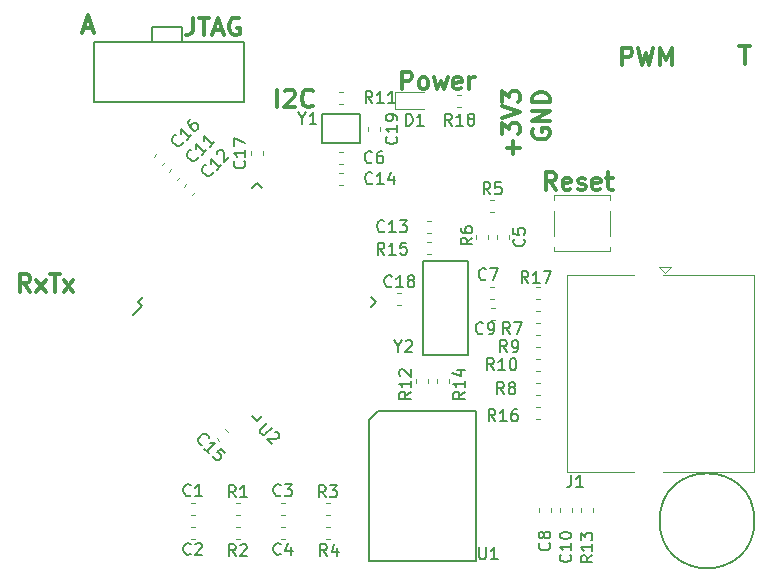
<source format=gbr>
G04 #@! TF.GenerationSoftware,KiCad,Pcbnew,(5.0.2)-1*
G04 #@! TF.CreationDate,2020-01-13T13:35:34-06:00*
G04 #@! TF.ProjectId,TM4C129-Breakout_Hardware,544d3443-3132-4392-9d42-7265616b6f75,rev?*
G04 #@! TF.SameCoordinates,Original*
G04 #@! TF.FileFunction,Legend,Top*
G04 #@! TF.FilePolarity,Positive*
%FSLAX46Y46*%
G04 Gerber Fmt 4.6, Leading zero omitted, Abs format (unit mm)*
G04 Created by KiCad (PCBNEW (5.0.2)-1) date 1/13/2020 1:35:34 PM*
%MOMM*%
%LPD*%
G01*
G04 APERTURE LIST*
%ADD10C,0.300000*%
%ADD11C,0.150000*%
%ADD12C,0.120000*%
G04 APERTURE END LIST*
D10*
X31325714Y-4107571D02*
X31325714Y-2607571D01*
X31897142Y-2607571D01*
X32040000Y-2679000D01*
X32111428Y-2750428D01*
X32182857Y-2893285D01*
X32182857Y-3107571D01*
X32111428Y-3250428D01*
X32040000Y-3321857D01*
X31897142Y-3393285D01*
X31325714Y-3393285D01*
X33040000Y-4107571D02*
X32897142Y-4036142D01*
X32825714Y-3964714D01*
X32754285Y-3821857D01*
X32754285Y-3393285D01*
X32825714Y-3250428D01*
X32897142Y-3179000D01*
X33040000Y-3107571D01*
X33254285Y-3107571D01*
X33397142Y-3179000D01*
X33468571Y-3250428D01*
X33540000Y-3393285D01*
X33540000Y-3821857D01*
X33468571Y-3964714D01*
X33397142Y-4036142D01*
X33254285Y-4107571D01*
X33040000Y-4107571D01*
X34040000Y-3107571D02*
X34325714Y-4107571D01*
X34611428Y-3393285D01*
X34897142Y-4107571D01*
X35182857Y-3107571D01*
X36325714Y-4036142D02*
X36182857Y-4107571D01*
X35897142Y-4107571D01*
X35754285Y-4036142D01*
X35682857Y-3893285D01*
X35682857Y-3321857D01*
X35754285Y-3179000D01*
X35897142Y-3107571D01*
X36182857Y-3107571D01*
X36325714Y-3179000D01*
X36397142Y-3321857D01*
X36397142Y-3464714D01*
X35682857Y-3607571D01*
X37040000Y-4107571D02*
X37040000Y-3107571D01*
X37040000Y-3393285D02*
X37111428Y-3250428D01*
X37182857Y-3179000D01*
X37325714Y-3107571D01*
X37468571Y-3107571D01*
X44370857Y-12616571D02*
X43870857Y-11902285D01*
X43513714Y-12616571D02*
X43513714Y-11116571D01*
X44085142Y-11116571D01*
X44228000Y-11188000D01*
X44299428Y-11259428D01*
X44370857Y-11402285D01*
X44370857Y-11616571D01*
X44299428Y-11759428D01*
X44228000Y-11830857D01*
X44085142Y-11902285D01*
X43513714Y-11902285D01*
X45585142Y-12545142D02*
X45442285Y-12616571D01*
X45156571Y-12616571D01*
X45013714Y-12545142D01*
X44942285Y-12402285D01*
X44942285Y-11830857D01*
X45013714Y-11688000D01*
X45156571Y-11616571D01*
X45442285Y-11616571D01*
X45585142Y-11688000D01*
X45656571Y-11830857D01*
X45656571Y-11973714D01*
X44942285Y-12116571D01*
X46228000Y-12545142D02*
X46370857Y-12616571D01*
X46656571Y-12616571D01*
X46799428Y-12545142D01*
X46870857Y-12402285D01*
X46870857Y-12330857D01*
X46799428Y-12188000D01*
X46656571Y-12116571D01*
X46442285Y-12116571D01*
X46299428Y-12045142D01*
X46228000Y-11902285D01*
X46228000Y-11830857D01*
X46299428Y-11688000D01*
X46442285Y-11616571D01*
X46656571Y-11616571D01*
X46799428Y-11688000D01*
X48085142Y-12545142D02*
X47942285Y-12616571D01*
X47656571Y-12616571D01*
X47513714Y-12545142D01*
X47442285Y-12402285D01*
X47442285Y-11830857D01*
X47513714Y-11688000D01*
X47656571Y-11616571D01*
X47942285Y-11616571D01*
X48085142Y-11688000D01*
X48156571Y-11830857D01*
X48156571Y-11973714D01*
X47442285Y-12116571D01*
X48585142Y-11616571D02*
X49156571Y-11616571D01*
X48799428Y-11116571D02*
X48799428Y-12402285D01*
X48870857Y-12545142D01*
X49013714Y-12616571D01*
X49156571Y-12616571D01*
X-142857Y-21252571D02*
X-642857Y-20538285D01*
X-1000000Y-21252571D02*
X-1000000Y-19752571D01*
X-428571Y-19752571D01*
X-285714Y-19824000D01*
X-214285Y-19895428D01*
X-142857Y-20038285D01*
X-142857Y-20252571D01*
X-214285Y-20395428D01*
X-285714Y-20466857D01*
X-428571Y-20538285D01*
X-1000000Y-20538285D01*
X357142Y-21252571D02*
X1142857Y-20252571D01*
X357142Y-20252571D02*
X1142857Y-21252571D01*
X1504285Y-19752571D02*
X2361428Y-19752571D01*
X1932857Y-21252571D02*
X1932857Y-19752571D01*
X2718571Y-21252571D02*
X3504285Y-20252571D01*
X2718571Y-20252571D02*
X3504285Y-21252571D01*
X4405357Y1083500D02*
X5119642Y1083500D01*
X4262500Y654928D02*
X4762500Y2154928D01*
X5262500Y654928D01*
X13617000Y1964428D02*
X13617000Y893000D01*
X13545571Y678714D01*
X13402714Y535857D01*
X13188428Y464428D01*
X13045571Y464428D01*
X14117000Y1964428D02*
X14974142Y1964428D01*
X14545571Y464428D02*
X14545571Y1964428D01*
X15402714Y893000D02*
X16117000Y893000D01*
X15259857Y464428D02*
X15759857Y1964428D01*
X16259857Y464428D01*
X17545571Y1893000D02*
X17402714Y1964428D01*
X17188428Y1964428D01*
X16974142Y1893000D01*
X16831285Y1750142D01*
X16759857Y1607285D01*
X16688428Y1321571D01*
X16688428Y1107285D01*
X16759857Y821571D01*
X16831285Y678714D01*
X16974142Y535857D01*
X17188428Y464428D01*
X17331285Y464428D01*
X17545571Y535857D01*
X17617000Y607285D01*
X17617000Y1107285D01*
X17331285Y1107285D01*
X20760714Y-5631571D02*
X20760714Y-4131571D01*
X21403571Y-4274428D02*
X21475000Y-4203000D01*
X21617857Y-4131571D01*
X21975000Y-4131571D01*
X22117857Y-4203000D01*
X22189285Y-4274428D01*
X22260714Y-4417285D01*
X22260714Y-4560142D01*
X22189285Y-4774428D01*
X21332142Y-5631571D01*
X22260714Y-5631571D01*
X23760714Y-5488714D02*
X23689285Y-5560142D01*
X23475000Y-5631571D01*
X23332142Y-5631571D01*
X23117857Y-5560142D01*
X22975000Y-5417285D01*
X22903571Y-5274428D01*
X22832142Y-4988714D01*
X22832142Y-4774428D01*
X22903571Y-4488714D01*
X22975000Y-4345857D01*
X23117857Y-4203000D01*
X23332142Y-4131571D01*
X23475000Y-4131571D01*
X23689285Y-4203000D01*
X23760714Y-4274428D01*
X40747142Y-9627857D02*
X40747142Y-8485000D01*
X41318571Y-9056428D02*
X40175714Y-9056428D01*
X39818571Y-7913571D02*
X39818571Y-6985000D01*
X40390000Y-7485000D01*
X40390000Y-7270714D01*
X40461428Y-7127857D01*
X40532857Y-7056428D01*
X40675714Y-6985000D01*
X41032857Y-6985000D01*
X41175714Y-7056428D01*
X41247142Y-7127857D01*
X41318571Y-7270714D01*
X41318571Y-7699285D01*
X41247142Y-7842142D01*
X41175714Y-7913571D01*
X39818571Y-6556428D02*
X41318571Y-6056428D01*
X39818571Y-5556428D01*
X39818571Y-5199285D02*
X39818571Y-4270714D01*
X40390000Y-4770714D01*
X40390000Y-4556428D01*
X40461428Y-4413571D01*
X40532857Y-4342142D01*
X40675714Y-4270714D01*
X41032857Y-4270714D01*
X41175714Y-4342142D01*
X41247142Y-4413571D01*
X41318571Y-4556428D01*
X41318571Y-4985000D01*
X41247142Y-5127857D01*
X41175714Y-5199285D01*
X42430000Y-7492857D02*
X42358571Y-7635714D01*
X42358571Y-7850000D01*
X42430000Y-8064285D01*
X42572857Y-8207142D01*
X42715714Y-8278571D01*
X43001428Y-8350000D01*
X43215714Y-8350000D01*
X43501428Y-8278571D01*
X43644285Y-8207142D01*
X43787142Y-8064285D01*
X43858571Y-7850000D01*
X43858571Y-7707142D01*
X43787142Y-7492857D01*
X43715714Y-7421428D01*
X43215714Y-7421428D01*
X43215714Y-7707142D01*
X43858571Y-6778571D02*
X42358571Y-6778571D01*
X43858571Y-5921428D01*
X42358571Y-5921428D01*
X43858571Y-5207142D02*
X42358571Y-5207142D01*
X42358571Y-4850000D01*
X42430000Y-4635714D01*
X42572857Y-4492857D01*
X42715714Y-4421428D01*
X43001428Y-4350000D01*
X43215714Y-4350000D01*
X43501428Y-4421428D01*
X43644285Y-4492857D01*
X43787142Y-4635714D01*
X43858571Y-4850000D01*
X43858571Y-5207142D01*
X59896428Y-448571D02*
X60753571Y-448571D01*
X60325000Y-1948571D02*
X60325000Y-448571D01*
X49962857Y-2075571D02*
X49962857Y-575571D01*
X50534285Y-575571D01*
X50677142Y-647000D01*
X50748571Y-718428D01*
X50820000Y-861285D01*
X50820000Y-1075571D01*
X50748571Y-1218428D01*
X50677142Y-1289857D01*
X50534285Y-1361285D01*
X49962857Y-1361285D01*
X51320000Y-575571D02*
X51677142Y-2075571D01*
X51962857Y-1004142D01*
X52248571Y-2075571D01*
X52605714Y-575571D01*
X53177142Y-2075571D02*
X53177142Y-575571D01*
X53677142Y-1647000D01*
X54177142Y-575571D01*
X54177142Y-2075571D01*
D11*
G04 #@! TO.C,U1*
X29260800Y-31369000D02*
X37592000Y-31369000D01*
X28498800Y-44069000D02*
X28498800Y-32131000D01*
X37592000Y-44069000D02*
X37592000Y-31369000D01*
X28498800Y-44069000D02*
X37592000Y-44069000D01*
X28498800Y-32131000D02*
X29260800Y-31369000D01*
G04 #@! TO.C,REF\002A\002A*
X61168283Y-40640000D02*
G75*
G03X61168283Y-40640000I-4018283J0D01*
G01*
D12*
G04 #@! TO.C,R15*
X33812267Y-18036000D02*
X33469733Y-18036000D01*
X33812267Y-17016000D02*
X33469733Y-17016000D01*
G04 #@! TO.C,C13*
X33812267Y-16258000D02*
X33469733Y-16258000D01*
X33812267Y-15238000D02*
X33469733Y-15238000D01*
D11*
G04 #@! TO.C,Y2*
X36893500Y-18605500D02*
X33083500Y-18605500D01*
X36893500Y-18605500D02*
X36893500Y-26606500D01*
X33083500Y-18605500D02*
X33083500Y-26606500D01*
X36893500Y-26606500D02*
X33083500Y-26606500D01*
D12*
G04 #@! TO.C,R1*
X17241733Y-40134000D02*
X17584267Y-40134000D01*
X17241733Y-39114000D02*
X17584267Y-39114000D01*
G04 #@! TO.C,R2*
X17241733Y-41146000D02*
X17584267Y-41146000D01*
X17241733Y-42166000D02*
X17584267Y-42166000D01*
G04 #@! TO.C,C2*
X13774267Y-42166000D02*
X13431733Y-42166000D01*
X13774267Y-41146000D02*
X13431733Y-41146000D01*
G04 #@! TO.C,C1*
X13774267Y-39114000D02*
X13431733Y-39114000D01*
X13774267Y-40134000D02*
X13431733Y-40134000D01*
G04 #@! TO.C,R9*
X42641733Y-25910000D02*
X42984267Y-25910000D01*
X42641733Y-24890000D02*
X42984267Y-24890000D01*
G04 #@! TO.C,J1*
X54088000Y-19134000D02*
X53588000Y-19634000D01*
X53088000Y-19134000D02*
X54088000Y-19134000D01*
X53588000Y-19634000D02*
X53088000Y-19134000D01*
X45273000Y-36514000D02*
X50948000Y-36514000D01*
X45273000Y-19874000D02*
X50948000Y-19874000D01*
X45273000Y-19874000D02*
X45273000Y-36514000D01*
X61153000Y-36514000D02*
X53448000Y-36514000D01*
X61153000Y-19874000D02*
X53448000Y-19874000D01*
X61153000Y-19874000D02*
X61153000Y-36514000D01*
G04 #@! TO.C,R7*
X42984267Y-23878000D02*
X42641733Y-23878000D01*
X42984267Y-22858000D02*
X42641733Y-22858000D01*
G04 #@! TO.C,R8*
X42641733Y-29974000D02*
X42984267Y-29974000D01*
X42641733Y-28954000D02*
X42984267Y-28954000D01*
G04 #@! TO.C,R16*
X42984267Y-32006000D02*
X42641733Y-32006000D01*
X42984267Y-30986000D02*
X42641733Y-30986000D01*
G04 #@! TO.C,R10*
X42641733Y-26922000D02*
X42984267Y-26922000D01*
X42641733Y-27942000D02*
X42984267Y-27942000D01*
G04 #@! TO.C,R13*
X46480000Y-39908267D02*
X46480000Y-39565733D01*
X47500000Y-39908267D02*
X47500000Y-39565733D01*
G04 #@! TO.C,R17*
X42984267Y-20826000D02*
X42641733Y-20826000D01*
X42984267Y-21846000D02*
X42641733Y-21846000D01*
G04 #@! TO.C,C8*
X43944000Y-39565733D02*
X43944000Y-39908267D01*
X42924000Y-39565733D02*
X42924000Y-39908267D01*
G04 #@! TO.C,C10*
X45722000Y-39908267D02*
X45722000Y-39565733D01*
X44702000Y-39908267D02*
X44702000Y-39565733D01*
D11*
G04 #@! TO.C,U2*
X8973728Y-22098000D02*
X9327282Y-22451553D01*
X19050000Y-12021728D02*
X19463657Y-12435386D01*
X29126272Y-22098000D02*
X28712614Y-21684343D01*
X19050000Y-32174272D02*
X18636343Y-31760614D01*
X8973728Y-22098000D02*
X9387386Y-21684343D01*
X19050000Y-32174272D02*
X19463657Y-31760614D01*
X29126272Y-22098000D02*
X28712614Y-22511657D01*
X19050000Y-12021728D02*
X18636343Y-12435386D01*
X9327282Y-22451553D02*
X8567142Y-23211693D01*
G04 #@! TO.C,Conn1*
X12674600Y-76200D02*
X12674600Y1193800D01*
X12674600Y1193800D02*
X10134600Y1193800D01*
X10134600Y1193800D02*
X10134600Y-76200D01*
X17907000Y-5207000D02*
X17907000Y-127000D01*
X17907000Y-127000D02*
X5207000Y-127000D01*
X17857000Y-5227000D02*
X5207000Y-5227000D01*
X5207000Y-127000D02*
X5207000Y-5227000D01*
G04 #@! TO.C,Y1*
X27761800Y-6161400D02*
X24561800Y-6161400D01*
X24561800Y-8661400D02*
X24561800Y-6161400D01*
X27762200Y-8661400D02*
X24562200Y-8661400D01*
X27762200Y-8661400D02*
X27762200Y-6161400D01*
D12*
G04 #@! TO.C,C3*
X21394267Y-39114000D02*
X21051733Y-39114000D01*
X21394267Y-40134000D02*
X21051733Y-40134000D01*
G04 #@! TO.C,C4*
X21394267Y-42166000D02*
X21051733Y-42166000D01*
X21394267Y-41146000D02*
X21051733Y-41146000D01*
G04 #@! TO.C,C5*
X39368000Y-16794267D02*
X39368000Y-16451733D01*
X40388000Y-16794267D02*
X40388000Y-16451733D01*
G04 #@! TO.C,C6*
X26333267Y-9396000D02*
X25990733Y-9396000D01*
X26333267Y-10416000D02*
X25990733Y-10416000D01*
G04 #@! TO.C,C7*
X39146267Y-21846000D02*
X38803733Y-21846000D01*
X39146267Y-20826000D02*
X38803733Y-20826000D01*
G04 #@! TO.C,C9*
X39174267Y-22604000D02*
X38831733Y-22604000D01*
X39174267Y-23624000D02*
X38831733Y-23624000D01*
G04 #@! TO.C,C11*
X12288238Y-11801011D02*
X12530447Y-11558802D01*
X11566989Y-11079762D02*
X11809198Y-10837553D01*
G04 #@! TO.C,C12*
X12836989Y-12349762D02*
X13079198Y-12107553D01*
X13558238Y-13071011D02*
X13800447Y-12828802D01*
G04 #@! TO.C,C14*
X25990732Y-11174000D02*
X26333268Y-11174000D01*
X25990732Y-12194000D02*
X26333268Y-12194000D01*
G04 #@! TO.C,C15*
X16594447Y-33145198D02*
X16352238Y-32902989D01*
X15873198Y-33866447D02*
X15630989Y-33624238D01*
G04 #@! TO.C,C16*
X11018238Y-10531011D02*
X11260447Y-10288802D01*
X10296989Y-9809762D02*
X10539198Y-9567553D01*
G04 #@! TO.C,C17*
X18540000Y-9710267D02*
X18540000Y-9367733D01*
X19560000Y-9710267D02*
X19560000Y-9367733D01*
G04 #@! TO.C,C18*
X30929733Y-21334000D02*
X31272267Y-21334000D01*
X30929733Y-22354000D02*
X31272267Y-22354000D01*
G04 #@! TO.C,R3*
X24861733Y-40134000D02*
X25204267Y-40134000D01*
X24861733Y-39114000D02*
X25204267Y-39114000D01*
G04 #@! TO.C,R4*
X24861733Y-41146000D02*
X25204267Y-41146000D01*
X24861733Y-42166000D02*
X25204267Y-42166000D01*
G04 #@! TO.C,R5*
X38803733Y-13460000D02*
X39146267Y-13460000D01*
X38803733Y-14480000D02*
X39146267Y-14480000D01*
G04 #@! TO.C,R6*
X38610000Y-16451733D02*
X38610000Y-16794267D01*
X37590000Y-16451733D02*
X37590000Y-16794267D01*
G04 #@! TO.C,R11*
X25990733Y-5336000D02*
X26333267Y-5336000D01*
X25990733Y-4316000D02*
X26333267Y-4316000D01*
G04 #@! TO.C,R12*
X33530000Y-28986267D02*
X33530000Y-28643733D01*
X32510000Y-28986267D02*
X32510000Y-28643733D01*
G04 #@! TO.C,R14*
X34288000Y-28986267D02*
X34288000Y-28643733D01*
X35308000Y-28986267D02*
X35308000Y-28643733D01*
G04 #@! TO.C,SW1*
X48896000Y-14440000D02*
X48896000Y-16500000D01*
X44156000Y-14440000D02*
X44156000Y-16500000D01*
X44156000Y-13100000D02*
X44156000Y-13500000D01*
X48896000Y-13100000D02*
X44156000Y-13100000D01*
X48896000Y-13100000D02*
X48896000Y-13500000D01*
X44156000Y-17840000D02*
X44156000Y-17440000D01*
X48896000Y-17840000D02*
X48896000Y-17440000D01*
X48896000Y-17840000D02*
X44156000Y-17840000D01*
G04 #@! TO.C,C19*
X28446000Y-7650267D02*
X28446000Y-7307733D01*
X29466000Y-7650267D02*
X29466000Y-7307733D01*
G04 #@! TO.C,D1*
X33199000Y-4345000D02*
X30739000Y-4345000D01*
X30739000Y-4345000D02*
X30739000Y-5815000D01*
X30739000Y-5815000D02*
X33199000Y-5815000D01*
G04 #@! TO.C,R18*
X36352267Y-5590000D02*
X36009733Y-5590000D01*
X36352267Y-4570000D02*
X36009733Y-4570000D01*
G04 #@! TO.C,U1*
D11*
X37846095Y-42886380D02*
X37846095Y-43695904D01*
X37893714Y-43791142D01*
X37941333Y-43838761D01*
X38036571Y-43886380D01*
X38227047Y-43886380D01*
X38322285Y-43838761D01*
X38369904Y-43791142D01*
X38417523Y-43695904D01*
X38417523Y-42886380D01*
X39417523Y-43886380D02*
X38846095Y-43886380D01*
X39131809Y-43886380D02*
X39131809Y-42886380D01*
X39036571Y-43029238D01*
X38941333Y-43124476D01*
X38846095Y-43172095D01*
G04 #@! TO.C,R15*
X29837142Y-18105380D02*
X29503809Y-17629190D01*
X29265714Y-18105380D02*
X29265714Y-17105380D01*
X29646666Y-17105380D01*
X29741904Y-17153000D01*
X29789523Y-17200619D01*
X29837142Y-17295857D01*
X29837142Y-17438714D01*
X29789523Y-17533952D01*
X29741904Y-17581571D01*
X29646666Y-17629190D01*
X29265714Y-17629190D01*
X30789523Y-18105380D02*
X30218095Y-18105380D01*
X30503809Y-18105380D02*
X30503809Y-17105380D01*
X30408571Y-17248238D01*
X30313333Y-17343476D01*
X30218095Y-17391095D01*
X31694285Y-17105380D02*
X31218095Y-17105380D01*
X31170476Y-17581571D01*
X31218095Y-17533952D01*
X31313333Y-17486333D01*
X31551428Y-17486333D01*
X31646666Y-17533952D01*
X31694285Y-17581571D01*
X31741904Y-17676809D01*
X31741904Y-17914904D01*
X31694285Y-18010142D01*
X31646666Y-18057761D01*
X31551428Y-18105380D01*
X31313333Y-18105380D01*
X31218095Y-18057761D01*
X31170476Y-18010142D01*
G04 #@! TO.C,C13*
X29837142Y-16105142D02*
X29789523Y-16152761D01*
X29646666Y-16200380D01*
X29551428Y-16200380D01*
X29408571Y-16152761D01*
X29313333Y-16057523D01*
X29265714Y-15962285D01*
X29218095Y-15771809D01*
X29218095Y-15628952D01*
X29265714Y-15438476D01*
X29313333Y-15343238D01*
X29408571Y-15248000D01*
X29551428Y-15200380D01*
X29646666Y-15200380D01*
X29789523Y-15248000D01*
X29837142Y-15295619D01*
X30789523Y-16200380D02*
X30218095Y-16200380D01*
X30503809Y-16200380D02*
X30503809Y-15200380D01*
X30408571Y-15343238D01*
X30313333Y-15438476D01*
X30218095Y-15486095D01*
X31122857Y-15200380D02*
X31741904Y-15200380D01*
X31408571Y-15581333D01*
X31551428Y-15581333D01*
X31646666Y-15628952D01*
X31694285Y-15676571D01*
X31741904Y-15771809D01*
X31741904Y-16009904D01*
X31694285Y-16105142D01*
X31646666Y-16152761D01*
X31551428Y-16200380D01*
X31265714Y-16200380D01*
X31170476Y-16152761D01*
X31122857Y-16105142D01*
G04 #@! TO.C,Y2*
X31019809Y-25884190D02*
X31019809Y-26360380D01*
X30686476Y-25360380D02*
X31019809Y-25884190D01*
X31353142Y-25360380D01*
X31638857Y-25455619D02*
X31686476Y-25408000D01*
X31781714Y-25360380D01*
X32019809Y-25360380D01*
X32115047Y-25408000D01*
X32162666Y-25455619D01*
X32210285Y-25550857D01*
X32210285Y-25646095D01*
X32162666Y-25788952D01*
X31591238Y-26360380D01*
X32210285Y-26360380D01*
G04 #@! TO.C,R1*
X17246333Y-38646380D02*
X16913000Y-38170190D01*
X16674904Y-38646380D02*
X16674904Y-37646380D01*
X17055857Y-37646380D01*
X17151095Y-37694000D01*
X17198714Y-37741619D01*
X17246333Y-37836857D01*
X17246333Y-37979714D01*
X17198714Y-38074952D01*
X17151095Y-38122571D01*
X17055857Y-38170190D01*
X16674904Y-38170190D01*
X18198714Y-38646380D02*
X17627285Y-38646380D01*
X17913000Y-38646380D02*
X17913000Y-37646380D01*
X17817761Y-37789238D01*
X17722523Y-37884476D01*
X17627285Y-37932095D01*
G04 #@! TO.C,R2*
X17246333Y-43632380D02*
X16913000Y-43156190D01*
X16674904Y-43632380D02*
X16674904Y-42632380D01*
X17055857Y-42632380D01*
X17151095Y-42680000D01*
X17198714Y-42727619D01*
X17246333Y-42822857D01*
X17246333Y-42965714D01*
X17198714Y-43060952D01*
X17151095Y-43108571D01*
X17055857Y-43156190D01*
X16674904Y-43156190D01*
X17627285Y-42727619D02*
X17674904Y-42680000D01*
X17770142Y-42632380D01*
X18008238Y-42632380D01*
X18103476Y-42680000D01*
X18151095Y-42727619D01*
X18198714Y-42822857D01*
X18198714Y-42918095D01*
X18151095Y-43060952D01*
X17579666Y-43632380D01*
X18198714Y-43632380D01*
G04 #@! TO.C,C2*
X13436333Y-43443142D02*
X13388714Y-43490761D01*
X13245857Y-43538380D01*
X13150619Y-43538380D01*
X13007761Y-43490761D01*
X12912523Y-43395523D01*
X12864904Y-43300285D01*
X12817285Y-43109809D01*
X12817285Y-42966952D01*
X12864904Y-42776476D01*
X12912523Y-42681238D01*
X13007761Y-42586000D01*
X13150619Y-42538380D01*
X13245857Y-42538380D01*
X13388714Y-42586000D01*
X13436333Y-42633619D01*
X13817285Y-42633619D02*
X13864904Y-42586000D01*
X13960142Y-42538380D01*
X14198238Y-42538380D01*
X14293476Y-42586000D01*
X14341095Y-42633619D01*
X14388714Y-42728857D01*
X14388714Y-42824095D01*
X14341095Y-42966952D01*
X13769666Y-43538380D01*
X14388714Y-43538380D01*
G04 #@! TO.C,C1*
X13436333Y-38457142D02*
X13388714Y-38504761D01*
X13245857Y-38552380D01*
X13150619Y-38552380D01*
X13007761Y-38504761D01*
X12912523Y-38409523D01*
X12864904Y-38314285D01*
X12817285Y-38123809D01*
X12817285Y-37980952D01*
X12864904Y-37790476D01*
X12912523Y-37695238D01*
X13007761Y-37600000D01*
X13150619Y-37552380D01*
X13245857Y-37552380D01*
X13388714Y-37600000D01*
X13436333Y-37647619D01*
X14388714Y-38552380D02*
X13817285Y-38552380D01*
X14103000Y-38552380D02*
X14103000Y-37552380D01*
X14007761Y-37695238D01*
X13912523Y-37790476D01*
X13817285Y-37838095D01*
G04 #@! TO.C,R9*
X40219333Y-26360380D02*
X39886000Y-25884190D01*
X39647904Y-26360380D02*
X39647904Y-25360380D01*
X40028857Y-25360380D01*
X40124095Y-25408000D01*
X40171714Y-25455619D01*
X40219333Y-25550857D01*
X40219333Y-25693714D01*
X40171714Y-25788952D01*
X40124095Y-25836571D01*
X40028857Y-25884190D01*
X39647904Y-25884190D01*
X40695523Y-26360380D02*
X40886000Y-26360380D01*
X40981238Y-26312761D01*
X41028857Y-26265142D01*
X41124095Y-26122285D01*
X41171714Y-25931809D01*
X41171714Y-25550857D01*
X41124095Y-25455619D01*
X41076476Y-25408000D01*
X40981238Y-25360380D01*
X40790761Y-25360380D01*
X40695523Y-25408000D01*
X40647904Y-25455619D01*
X40600285Y-25550857D01*
X40600285Y-25788952D01*
X40647904Y-25884190D01*
X40695523Y-25931809D01*
X40790761Y-25979428D01*
X40981238Y-25979428D01*
X41076476Y-25931809D01*
X41124095Y-25884190D01*
X41171714Y-25788952D01*
G04 #@! TO.C,J1*
X45640666Y-36790380D02*
X45640666Y-37504666D01*
X45593047Y-37647523D01*
X45497809Y-37742761D01*
X45354952Y-37790380D01*
X45259714Y-37790380D01*
X46640666Y-37790380D02*
X46069238Y-37790380D01*
X46354952Y-37790380D02*
X46354952Y-36790380D01*
X46259714Y-36933238D01*
X46164476Y-37028476D01*
X46069238Y-37076095D01*
G04 #@! TO.C,R7*
X40473333Y-24836380D02*
X40140000Y-24360190D01*
X39901904Y-24836380D02*
X39901904Y-23836380D01*
X40282857Y-23836380D01*
X40378095Y-23884000D01*
X40425714Y-23931619D01*
X40473333Y-24026857D01*
X40473333Y-24169714D01*
X40425714Y-24264952D01*
X40378095Y-24312571D01*
X40282857Y-24360190D01*
X39901904Y-24360190D01*
X40806666Y-23836380D02*
X41473333Y-23836380D01*
X41044761Y-24836380D01*
G04 #@! TO.C,R8*
X39965333Y-29916380D02*
X39632000Y-29440190D01*
X39393904Y-29916380D02*
X39393904Y-28916380D01*
X39774857Y-28916380D01*
X39870095Y-28964000D01*
X39917714Y-29011619D01*
X39965333Y-29106857D01*
X39965333Y-29249714D01*
X39917714Y-29344952D01*
X39870095Y-29392571D01*
X39774857Y-29440190D01*
X39393904Y-29440190D01*
X40536761Y-29344952D02*
X40441523Y-29297333D01*
X40393904Y-29249714D01*
X40346285Y-29154476D01*
X40346285Y-29106857D01*
X40393904Y-29011619D01*
X40441523Y-28964000D01*
X40536761Y-28916380D01*
X40727238Y-28916380D01*
X40822476Y-28964000D01*
X40870095Y-29011619D01*
X40917714Y-29106857D01*
X40917714Y-29154476D01*
X40870095Y-29249714D01*
X40822476Y-29297333D01*
X40727238Y-29344952D01*
X40536761Y-29344952D01*
X40441523Y-29392571D01*
X40393904Y-29440190D01*
X40346285Y-29535428D01*
X40346285Y-29725904D01*
X40393904Y-29821142D01*
X40441523Y-29868761D01*
X40536761Y-29916380D01*
X40727238Y-29916380D01*
X40822476Y-29868761D01*
X40870095Y-29821142D01*
X40917714Y-29725904D01*
X40917714Y-29535428D01*
X40870095Y-29440190D01*
X40822476Y-29392571D01*
X40727238Y-29344952D01*
G04 #@! TO.C,R16*
X39235142Y-32202380D02*
X38901809Y-31726190D01*
X38663714Y-32202380D02*
X38663714Y-31202380D01*
X39044666Y-31202380D01*
X39139904Y-31250000D01*
X39187523Y-31297619D01*
X39235142Y-31392857D01*
X39235142Y-31535714D01*
X39187523Y-31630952D01*
X39139904Y-31678571D01*
X39044666Y-31726190D01*
X38663714Y-31726190D01*
X40187523Y-32202380D02*
X39616095Y-32202380D01*
X39901809Y-32202380D02*
X39901809Y-31202380D01*
X39806571Y-31345238D01*
X39711333Y-31440476D01*
X39616095Y-31488095D01*
X41044666Y-31202380D02*
X40854190Y-31202380D01*
X40758952Y-31250000D01*
X40711333Y-31297619D01*
X40616095Y-31440476D01*
X40568476Y-31630952D01*
X40568476Y-32011904D01*
X40616095Y-32107142D01*
X40663714Y-32154761D01*
X40758952Y-32202380D01*
X40949428Y-32202380D01*
X41044666Y-32154761D01*
X41092285Y-32107142D01*
X41139904Y-32011904D01*
X41139904Y-31773809D01*
X41092285Y-31678571D01*
X41044666Y-31630952D01*
X40949428Y-31583333D01*
X40758952Y-31583333D01*
X40663714Y-31630952D01*
X40616095Y-31678571D01*
X40568476Y-31773809D01*
G04 #@! TO.C,R10*
X39108142Y-27884380D02*
X38774809Y-27408190D01*
X38536714Y-27884380D02*
X38536714Y-26884380D01*
X38917666Y-26884380D01*
X39012904Y-26932000D01*
X39060523Y-26979619D01*
X39108142Y-27074857D01*
X39108142Y-27217714D01*
X39060523Y-27312952D01*
X39012904Y-27360571D01*
X38917666Y-27408190D01*
X38536714Y-27408190D01*
X40060523Y-27884380D02*
X39489095Y-27884380D01*
X39774809Y-27884380D02*
X39774809Y-26884380D01*
X39679571Y-27027238D01*
X39584333Y-27122476D01*
X39489095Y-27170095D01*
X40679571Y-26884380D02*
X40774809Y-26884380D01*
X40870047Y-26932000D01*
X40917666Y-26979619D01*
X40965285Y-27074857D01*
X41012904Y-27265333D01*
X41012904Y-27503428D01*
X40965285Y-27693904D01*
X40917666Y-27789142D01*
X40870047Y-27836761D01*
X40774809Y-27884380D01*
X40679571Y-27884380D01*
X40584333Y-27836761D01*
X40536714Y-27789142D01*
X40489095Y-27693904D01*
X40441476Y-27503428D01*
X40441476Y-27265333D01*
X40489095Y-27074857D01*
X40536714Y-26979619D01*
X40584333Y-26932000D01*
X40679571Y-26884380D01*
G04 #@! TO.C,R13*
X47442380Y-43568857D02*
X46966190Y-43902190D01*
X47442380Y-44140285D02*
X46442380Y-44140285D01*
X46442380Y-43759333D01*
X46490000Y-43664095D01*
X46537619Y-43616476D01*
X46632857Y-43568857D01*
X46775714Y-43568857D01*
X46870952Y-43616476D01*
X46918571Y-43664095D01*
X46966190Y-43759333D01*
X46966190Y-44140285D01*
X47442380Y-42616476D02*
X47442380Y-43187904D01*
X47442380Y-42902190D02*
X46442380Y-42902190D01*
X46585238Y-42997428D01*
X46680476Y-43092666D01*
X46728095Y-43187904D01*
X46442380Y-42283142D02*
X46442380Y-41664095D01*
X46823333Y-41997428D01*
X46823333Y-41854571D01*
X46870952Y-41759333D01*
X46918571Y-41711714D01*
X47013809Y-41664095D01*
X47251904Y-41664095D01*
X47347142Y-41711714D01*
X47394761Y-41759333D01*
X47442380Y-41854571D01*
X47442380Y-42140285D01*
X47394761Y-42235523D01*
X47347142Y-42283142D01*
G04 #@! TO.C,R17*
X42029142Y-20518380D02*
X41695809Y-20042190D01*
X41457714Y-20518380D02*
X41457714Y-19518380D01*
X41838666Y-19518380D01*
X41933904Y-19566000D01*
X41981523Y-19613619D01*
X42029142Y-19708857D01*
X42029142Y-19851714D01*
X41981523Y-19946952D01*
X41933904Y-19994571D01*
X41838666Y-20042190D01*
X41457714Y-20042190D01*
X42981523Y-20518380D02*
X42410095Y-20518380D01*
X42695809Y-20518380D02*
X42695809Y-19518380D01*
X42600571Y-19661238D01*
X42505333Y-19756476D01*
X42410095Y-19804095D01*
X43314857Y-19518380D02*
X43981523Y-19518380D01*
X43552952Y-20518380D01*
G04 #@! TO.C,C8*
X43791142Y-42521166D02*
X43838761Y-42568785D01*
X43886380Y-42711642D01*
X43886380Y-42806880D01*
X43838761Y-42949738D01*
X43743523Y-43044976D01*
X43648285Y-43092595D01*
X43457809Y-43140214D01*
X43314952Y-43140214D01*
X43124476Y-43092595D01*
X43029238Y-43044976D01*
X42934000Y-42949738D01*
X42886380Y-42806880D01*
X42886380Y-42711642D01*
X42934000Y-42568785D01*
X42981619Y-42521166D01*
X43314952Y-41949738D02*
X43267333Y-42044976D01*
X43219714Y-42092595D01*
X43124476Y-42140214D01*
X43076857Y-42140214D01*
X42981619Y-42092595D01*
X42934000Y-42044976D01*
X42886380Y-41949738D01*
X42886380Y-41759261D01*
X42934000Y-41664023D01*
X42981619Y-41616404D01*
X43076857Y-41568785D01*
X43124476Y-41568785D01*
X43219714Y-41616404D01*
X43267333Y-41664023D01*
X43314952Y-41759261D01*
X43314952Y-41949738D01*
X43362571Y-42044976D01*
X43410190Y-42092595D01*
X43505428Y-42140214D01*
X43695904Y-42140214D01*
X43791142Y-42092595D01*
X43838761Y-42044976D01*
X43886380Y-41949738D01*
X43886380Y-41759261D01*
X43838761Y-41664023D01*
X43791142Y-41616404D01*
X43695904Y-41568785D01*
X43505428Y-41568785D01*
X43410190Y-41616404D01*
X43362571Y-41664023D01*
X43314952Y-41759261D01*
G04 #@! TO.C,C10*
X45569142Y-43505357D02*
X45616761Y-43552976D01*
X45664380Y-43695833D01*
X45664380Y-43791071D01*
X45616761Y-43933928D01*
X45521523Y-44029166D01*
X45426285Y-44076785D01*
X45235809Y-44124404D01*
X45092952Y-44124404D01*
X44902476Y-44076785D01*
X44807238Y-44029166D01*
X44712000Y-43933928D01*
X44664380Y-43791071D01*
X44664380Y-43695833D01*
X44712000Y-43552976D01*
X44759619Y-43505357D01*
X45664380Y-42552976D02*
X45664380Y-43124404D01*
X45664380Y-42838690D02*
X44664380Y-42838690D01*
X44807238Y-42933928D01*
X44902476Y-43029166D01*
X44950095Y-43124404D01*
X44664380Y-41933928D02*
X44664380Y-41838690D01*
X44712000Y-41743452D01*
X44759619Y-41695833D01*
X44854857Y-41648214D01*
X45045333Y-41600595D01*
X45283428Y-41600595D01*
X45473904Y-41648214D01*
X45569142Y-41695833D01*
X45616761Y-41743452D01*
X45664380Y-41838690D01*
X45664380Y-41933928D01*
X45616761Y-42029166D01*
X45569142Y-42076785D01*
X45473904Y-42124404D01*
X45283428Y-42172023D01*
X45045333Y-42172023D01*
X44854857Y-42124404D01*
X44759619Y-42076785D01*
X44712000Y-42029166D01*
X44664380Y-41933928D01*
G04 #@! TO.C,U2*
X19914477Y-32348026D02*
X19342057Y-32920446D01*
X19308385Y-33021461D01*
X19308385Y-33088805D01*
X19342057Y-33189820D01*
X19476744Y-33324507D01*
X19577759Y-33358179D01*
X19645103Y-33358179D01*
X19746118Y-33324507D01*
X20318538Y-32752087D01*
X20554240Y-33122477D02*
X20621583Y-33122477D01*
X20722599Y-33156148D01*
X20890957Y-33324507D01*
X20924629Y-33425522D01*
X20924629Y-33492866D01*
X20890957Y-33593881D01*
X20823614Y-33661225D01*
X20688927Y-33728568D01*
X19880805Y-33728568D01*
X20318538Y-34166301D01*
G04 #@! TO.C,Y1*
X22891809Y-6580190D02*
X22891809Y-7056380D01*
X22558476Y-6056380D02*
X22891809Y-6580190D01*
X23225142Y-6056380D01*
X24082285Y-7056380D02*
X23510857Y-7056380D01*
X23796571Y-7056380D02*
X23796571Y-6056380D01*
X23701333Y-6199238D01*
X23606095Y-6294476D01*
X23510857Y-6342095D01*
G04 #@! TO.C,C3*
X21056333Y-38457142D02*
X21008714Y-38504761D01*
X20865857Y-38552380D01*
X20770619Y-38552380D01*
X20627761Y-38504761D01*
X20532523Y-38409523D01*
X20484904Y-38314285D01*
X20437285Y-38123809D01*
X20437285Y-37980952D01*
X20484904Y-37790476D01*
X20532523Y-37695238D01*
X20627761Y-37600000D01*
X20770619Y-37552380D01*
X20865857Y-37552380D01*
X21008714Y-37600000D01*
X21056333Y-37647619D01*
X21389666Y-37552380D02*
X22008714Y-37552380D01*
X21675380Y-37933333D01*
X21818238Y-37933333D01*
X21913476Y-37980952D01*
X21961095Y-38028571D01*
X22008714Y-38123809D01*
X22008714Y-38361904D01*
X21961095Y-38457142D01*
X21913476Y-38504761D01*
X21818238Y-38552380D01*
X21532523Y-38552380D01*
X21437285Y-38504761D01*
X21389666Y-38457142D01*
G04 #@! TO.C,C4*
X21056333Y-43443142D02*
X21008714Y-43490761D01*
X20865857Y-43538380D01*
X20770619Y-43538380D01*
X20627761Y-43490761D01*
X20532523Y-43395523D01*
X20484904Y-43300285D01*
X20437285Y-43109809D01*
X20437285Y-42966952D01*
X20484904Y-42776476D01*
X20532523Y-42681238D01*
X20627761Y-42586000D01*
X20770619Y-42538380D01*
X20865857Y-42538380D01*
X21008714Y-42586000D01*
X21056333Y-42633619D01*
X21913476Y-42871714D02*
X21913476Y-43538380D01*
X21675380Y-42490761D02*
X21437285Y-43205047D01*
X22056333Y-43205047D01*
G04 #@! TO.C,C5*
X41632142Y-16789666D02*
X41679761Y-16837285D01*
X41727380Y-16980142D01*
X41727380Y-17075380D01*
X41679761Y-17218238D01*
X41584523Y-17313476D01*
X41489285Y-17361095D01*
X41298809Y-17408714D01*
X41155952Y-17408714D01*
X40965476Y-17361095D01*
X40870238Y-17313476D01*
X40775000Y-17218238D01*
X40727380Y-17075380D01*
X40727380Y-16980142D01*
X40775000Y-16837285D01*
X40822619Y-16789666D01*
X40727380Y-15884904D02*
X40727380Y-16361095D01*
X41203571Y-16408714D01*
X41155952Y-16361095D01*
X41108333Y-16265857D01*
X41108333Y-16027761D01*
X41155952Y-15932523D01*
X41203571Y-15884904D01*
X41298809Y-15837285D01*
X41536904Y-15837285D01*
X41632142Y-15884904D01*
X41679761Y-15932523D01*
X41727380Y-16027761D01*
X41727380Y-16265857D01*
X41679761Y-16361095D01*
X41632142Y-16408714D01*
G04 #@! TO.C,C6*
X28789333Y-10263142D02*
X28741714Y-10310761D01*
X28598857Y-10358380D01*
X28503619Y-10358380D01*
X28360761Y-10310761D01*
X28265523Y-10215523D01*
X28217904Y-10120285D01*
X28170285Y-9929809D01*
X28170285Y-9786952D01*
X28217904Y-9596476D01*
X28265523Y-9501238D01*
X28360761Y-9406000D01*
X28503619Y-9358380D01*
X28598857Y-9358380D01*
X28741714Y-9406000D01*
X28789333Y-9453619D01*
X29646476Y-9358380D02*
X29456000Y-9358380D01*
X29360761Y-9406000D01*
X29313142Y-9453619D01*
X29217904Y-9596476D01*
X29170285Y-9786952D01*
X29170285Y-10167904D01*
X29217904Y-10263142D01*
X29265523Y-10310761D01*
X29360761Y-10358380D01*
X29551238Y-10358380D01*
X29646476Y-10310761D01*
X29694095Y-10263142D01*
X29741714Y-10167904D01*
X29741714Y-9929809D01*
X29694095Y-9834571D01*
X29646476Y-9786952D01*
X29551238Y-9739333D01*
X29360761Y-9739333D01*
X29265523Y-9786952D01*
X29217904Y-9834571D01*
X29170285Y-9929809D01*
G04 #@! TO.C,C7*
X38441333Y-20169142D02*
X38393714Y-20216761D01*
X38250857Y-20264380D01*
X38155619Y-20264380D01*
X38012761Y-20216761D01*
X37917523Y-20121523D01*
X37869904Y-20026285D01*
X37822285Y-19835809D01*
X37822285Y-19692952D01*
X37869904Y-19502476D01*
X37917523Y-19407238D01*
X38012761Y-19312000D01*
X38155619Y-19264380D01*
X38250857Y-19264380D01*
X38393714Y-19312000D01*
X38441333Y-19359619D01*
X38774666Y-19264380D02*
X39441333Y-19264380D01*
X39012761Y-20264380D01*
G04 #@! TO.C,C9*
X38187333Y-24741142D02*
X38139714Y-24788761D01*
X37996857Y-24836380D01*
X37901619Y-24836380D01*
X37758761Y-24788761D01*
X37663523Y-24693523D01*
X37615904Y-24598285D01*
X37568285Y-24407809D01*
X37568285Y-24264952D01*
X37615904Y-24074476D01*
X37663523Y-23979238D01*
X37758761Y-23884000D01*
X37901619Y-23836380D01*
X37996857Y-23836380D01*
X38139714Y-23884000D01*
X38187333Y-23931619D01*
X38663523Y-24836380D02*
X38854000Y-24836380D01*
X38949238Y-24788761D01*
X38996857Y-24741142D01*
X39092095Y-24598285D01*
X39139714Y-24407809D01*
X39139714Y-24026857D01*
X39092095Y-23931619D01*
X39044476Y-23884000D01*
X38949238Y-23836380D01*
X38758761Y-23836380D01*
X38663523Y-23884000D01*
X38615904Y-23931619D01*
X38568285Y-24026857D01*
X38568285Y-24264952D01*
X38615904Y-24360190D01*
X38663523Y-24407809D01*
X38758761Y-24455428D01*
X38949238Y-24455428D01*
X39044476Y-24407809D01*
X39092095Y-24360190D01*
X39139714Y-24264952D01*
G04 #@! TO.C,C11*
X14021969Y-9851106D02*
X14021969Y-9918450D01*
X13954625Y-10053137D01*
X13887282Y-10120480D01*
X13752595Y-10187824D01*
X13617908Y-10187824D01*
X13516893Y-10154152D01*
X13348534Y-10053137D01*
X13247519Y-9952122D01*
X13146503Y-9783763D01*
X13112832Y-9682748D01*
X13112832Y-9548061D01*
X13180175Y-9413374D01*
X13247519Y-9346030D01*
X13382206Y-9278687D01*
X13449549Y-9278687D01*
X14762748Y-9245015D02*
X14358687Y-9649076D01*
X14560717Y-9447045D02*
X13853610Y-8739938D01*
X13887282Y-8908297D01*
X13887282Y-9042984D01*
X13853610Y-9144000D01*
X15436183Y-8571580D02*
X15032122Y-8975641D01*
X15234152Y-8773610D02*
X14527045Y-8066503D01*
X14560717Y-8234862D01*
X14560717Y-8369549D01*
X14527045Y-8470564D01*
G04 #@! TO.C,C12*
X15291969Y-11121106D02*
X15291969Y-11188450D01*
X15224625Y-11323137D01*
X15157282Y-11390480D01*
X15022595Y-11457824D01*
X14887908Y-11457824D01*
X14786893Y-11424152D01*
X14618534Y-11323137D01*
X14517519Y-11222122D01*
X14416503Y-11053763D01*
X14382832Y-10952748D01*
X14382832Y-10818061D01*
X14450175Y-10683374D01*
X14517519Y-10616030D01*
X14652206Y-10548687D01*
X14719549Y-10548687D01*
X16032748Y-10515015D02*
X15628687Y-10919076D01*
X15830717Y-10717045D02*
X15123610Y-10009938D01*
X15157282Y-10178297D01*
X15157282Y-10312984D01*
X15123610Y-10414000D01*
X15662358Y-9605877D02*
X15662358Y-9538534D01*
X15696030Y-9437519D01*
X15864389Y-9269160D01*
X15965404Y-9235488D01*
X16032748Y-9235488D01*
X16133763Y-9269160D01*
X16201106Y-9336503D01*
X16268450Y-9471190D01*
X16268450Y-10279312D01*
X16706183Y-9841580D01*
G04 #@! TO.C,C14*
X28821142Y-12041142D02*
X28773523Y-12088761D01*
X28630666Y-12136380D01*
X28535428Y-12136380D01*
X28392571Y-12088761D01*
X28297333Y-11993523D01*
X28249714Y-11898285D01*
X28202095Y-11707809D01*
X28202095Y-11564952D01*
X28249714Y-11374476D01*
X28297333Y-11279238D01*
X28392571Y-11184000D01*
X28535428Y-11136380D01*
X28630666Y-11136380D01*
X28773523Y-11184000D01*
X28821142Y-11231619D01*
X29773523Y-12136380D02*
X29202095Y-12136380D01*
X29487809Y-12136380D02*
X29487809Y-11136380D01*
X29392571Y-11279238D01*
X29297333Y-11374476D01*
X29202095Y-11422095D01*
X30630666Y-11469714D02*
X30630666Y-12136380D01*
X30392571Y-11088761D02*
X30154476Y-11803047D01*
X30773523Y-11803047D01*
G04 #@! TO.C,C15*
X14394448Y-34193850D02*
X14327104Y-34193850D01*
X14192417Y-34126506D01*
X14125074Y-34059163D01*
X14057730Y-33924476D01*
X14057730Y-33789789D01*
X14091402Y-33688774D01*
X14192417Y-33520415D01*
X14293432Y-33419400D01*
X14461791Y-33318384D01*
X14562806Y-33284713D01*
X14697493Y-33284713D01*
X14832180Y-33352056D01*
X14899524Y-33419400D01*
X14966867Y-33554087D01*
X14966867Y-33621430D01*
X15000539Y-34934629D02*
X14596478Y-34530568D01*
X14798509Y-34732598D02*
X15505616Y-34025491D01*
X15337257Y-34059163D01*
X15202570Y-34059163D01*
X15101555Y-34025491D01*
X16347409Y-34867285D02*
X16010692Y-34530568D01*
X15640303Y-34833613D01*
X15707646Y-34833613D01*
X15808661Y-34867285D01*
X15977020Y-35035644D01*
X16010692Y-35136659D01*
X16010692Y-35204003D01*
X15977020Y-35305018D01*
X15808661Y-35473377D01*
X15707646Y-35507048D01*
X15640303Y-35507048D01*
X15539287Y-35473377D01*
X15370929Y-35305018D01*
X15337257Y-35204003D01*
X15337257Y-35136659D01*
G04 #@! TO.C,C16*
X12751969Y-8581106D02*
X12751969Y-8648450D01*
X12684625Y-8783137D01*
X12617282Y-8850480D01*
X12482595Y-8917824D01*
X12347908Y-8917824D01*
X12246893Y-8884152D01*
X12078534Y-8783137D01*
X11977519Y-8682122D01*
X11876503Y-8513763D01*
X11842832Y-8412748D01*
X11842832Y-8278061D01*
X11910175Y-8143374D01*
X11977519Y-8076030D01*
X12112206Y-8008687D01*
X12179549Y-8008687D01*
X13492748Y-7975015D02*
X13088687Y-8379076D01*
X13290717Y-8177045D02*
X12583610Y-7469938D01*
X12617282Y-7638297D01*
X12617282Y-7772984D01*
X12583610Y-7873999D01*
X13391732Y-6661816D02*
X13257045Y-6796503D01*
X13223374Y-6897519D01*
X13223374Y-6964862D01*
X13257045Y-7133221D01*
X13358061Y-7301580D01*
X13627435Y-7570954D01*
X13728450Y-7604625D01*
X13795793Y-7604625D01*
X13896809Y-7570954D01*
X14031496Y-7436267D01*
X14065167Y-7335251D01*
X14065167Y-7267908D01*
X14031496Y-7166893D01*
X13863137Y-6998534D01*
X13762122Y-6964862D01*
X13694778Y-6964862D01*
X13593763Y-6998534D01*
X13459076Y-7133221D01*
X13425404Y-7234236D01*
X13425404Y-7301580D01*
X13459076Y-7402595D01*
G04 #@! TO.C,C17*
X17977142Y-10181857D02*
X18024761Y-10229476D01*
X18072380Y-10372333D01*
X18072380Y-10467571D01*
X18024761Y-10610428D01*
X17929523Y-10705666D01*
X17834285Y-10753285D01*
X17643809Y-10800904D01*
X17500952Y-10800904D01*
X17310476Y-10753285D01*
X17215238Y-10705666D01*
X17120000Y-10610428D01*
X17072380Y-10467571D01*
X17072380Y-10372333D01*
X17120000Y-10229476D01*
X17167619Y-10181857D01*
X18072380Y-9229476D02*
X18072380Y-9800904D01*
X18072380Y-9515190D02*
X17072380Y-9515190D01*
X17215238Y-9610428D01*
X17310476Y-9705666D01*
X17358095Y-9800904D01*
X17072380Y-8896142D02*
X17072380Y-8229476D01*
X18072380Y-8658047D01*
G04 #@! TO.C,C18*
X30458142Y-20771142D02*
X30410523Y-20818761D01*
X30267666Y-20866380D01*
X30172428Y-20866380D01*
X30029571Y-20818761D01*
X29934333Y-20723523D01*
X29886714Y-20628285D01*
X29839095Y-20437809D01*
X29839095Y-20294952D01*
X29886714Y-20104476D01*
X29934333Y-20009238D01*
X30029571Y-19914000D01*
X30172428Y-19866380D01*
X30267666Y-19866380D01*
X30410523Y-19914000D01*
X30458142Y-19961619D01*
X31410523Y-20866380D02*
X30839095Y-20866380D01*
X31124809Y-20866380D02*
X31124809Y-19866380D01*
X31029571Y-20009238D01*
X30934333Y-20104476D01*
X30839095Y-20152095D01*
X31981952Y-20294952D02*
X31886714Y-20247333D01*
X31839095Y-20199714D01*
X31791476Y-20104476D01*
X31791476Y-20056857D01*
X31839095Y-19961619D01*
X31886714Y-19914000D01*
X31981952Y-19866380D01*
X32172428Y-19866380D01*
X32267666Y-19914000D01*
X32315285Y-19961619D01*
X32362904Y-20056857D01*
X32362904Y-20104476D01*
X32315285Y-20199714D01*
X32267666Y-20247333D01*
X32172428Y-20294952D01*
X31981952Y-20294952D01*
X31886714Y-20342571D01*
X31839095Y-20390190D01*
X31791476Y-20485428D01*
X31791476Y-20675904D01*
X31839095Y-20771142D01*
X31886714Y-20818761D01*
X31981952Y-20866380D01*
X32172428Y-20866380D01*
X32267666Y-20818761D01*
X32315285Y-20771142D01*
X32362904Y-20675904D01*
X32362904Y-20485428D01*
X32315285Y-20390190D01*
X32267666Y-20342571D01*
X32172428Y-20294952D01*
G04 #@! TO.C,R3*
X24866333Y-38646380D02*
X24533000Y-38170190D01*
X24294904Y-38646380D02*
X24294904Y-37646380D01*
X24675857Y-37646380D01*
X24771095Y-37694000D01*
X24818714Y-37741619D01*
X24866333Y-37836857D01*
X24866333Y-37979714D01*
X24818714Y-38074952D01*
X24771095Y-38122571D01*
X24675857Y-38170190D01*
X24294904Y-38170190D01*
X25199666Y-37646380D02*
X25818714Y-37646380D01*
X25485380Y-38027333D01*
X25628238Y-38027333D01*
X25723476Y-38074952D01*
X25771095Y-38122571D01*
X25818714Y-38217809D01*
X25818714Y-38455904D01*
X25771095Y-38551142D01*
X25723476Y-38598761D01*
X25628238Y-38646380D01*
X25342523Y-38646380D01*
X25247285Y-38598761D01*
X25199666Y-38551142D01*
G04 #@! TO.C,R4*
X24979333Y-43632380D02*
X24646000Y-43156190D01*
X24407904Y-43632380D02*
X24407904Y-42632380D01*
X24788857Y-42632380D01*
X24884095Y-42680000D01*
X24931714Y-42727619D01*
X24979333Y-42822857D01*
X24979333Y-42965714D01*
X24931714Y-43060952D01*
X24884095Y-43108571D01*
X24788857Y-43156190D01*
X24407904Y-43156190D01*
X25836476Y-42965714D02*
X25836476Y-43632380D01*
X25598380Y-42584761D02*
X25360285Y-43299047D01*
X25979333Y-43299047D01*
G04 #@! TO.C,R5*
X38808333Y-12992380D02*
X38475000Y-12516190D01*
X38236904Y-12992380D02*
X38236904Y-11992380D01*
X38617857Y-11992380D01*
X38713095Y-12040000D01*
X38760714Y-12087619D01*
X38808333Y-12182857D01*
X38808333Y-12325714D01*
X38760714Y-12420952D01*
X38713095Y-12468571D01*
X38617857Y-12516190D01*
X38236904Y-12516190D01*
X39713095Y-11992380D02*
X39236904Y-11992380D01*
X39189285Y-12468571D01*
X39236904Y-12420952D01*
X39332142Y-12373333D01*
X39570238Y-12373333D01*
X39665476Y-12420952D01*
X39713095Y-12468571D01*
X39760714Y-12563809D01*
X39760714Y-12801904D01*
X39713095Y-12897142D01*
X39665476Y-12944761D01*
X39570238Y-12992380D01*
X39332142Y-12992380D01*
X39236904Y-12944761D01*
X39189285Y-12897142D01*
G04 #@! TO.C,R6*
X37282380Y-16676666D02*
X36806190Y-17010000D01*
X37282380Y-17248095D02*
X36282380Y-17248095D01*
X36282380Y-16867142D01*
X36330000Y-16771904D01*
X36377619Y-16724285D01*
X36472857Y-16676666D01*
X36615714Y-16676666D01*
X36710952Y-16724285D01*
X36758571Y-16771904D01*
X36806190Y-16867142D01*
X36806190Y-17248095D01*
X36282380Y-15819523D02*
X36282380Y-16010000D01*
X36330000Y-16105238D01*
X36377619Y-16152857D01*
X36520476Y-16248095D01*
X36710952Y-16295714D01*
X37091904Y-16295714D01*
X37187142Y-16248095D01*
X37234761Y-16200476D01*
X37282380Y-16105238D01*
X37282380Y-15914761D01*
X37234761Y-15819523D01*
X37187142Y-15771904D01*
X37091904Y-15724285D01*
X36853809Y-15724285D01*
X36758571Y-15771904D01*
X36710952Y-15819523D01*
X36663333Y-15914761D01*
X36663333Y-16105238D01*
X36710952Y-16200476D01*
X36758571Y-16248095D01*
X36853809Y-16295714D01*
G04 #@! TO.C,R11*
X28821142Y-5278380D02*
X28487809Y-4802190D01*
X28249714Y-5278380D02*
X28249714Y-4278380D01*
X28630666Y-4278380D01*
X28725904Y-4326000D01*
X28773523Y-4373619D01*
X28821142Y-4468857D01*
X28821142Y-4611714D01*
X28773523Y-4706952D01*
X28725904Y-4754571D01*
X28630666Y-4802190D01*
X28249714Y-4802190D01*
X29773523Y-5278380D02*
X29202095Y-5278380D01*
X29487809Y-5278380D02*
X29487809Y-4278380D01*
X29392571Y-4421238D01*
X29297333Y-4516476D01*
X29202095Y-4564095D01*
X30725904Y-5278380D02*
X30154476Y-5278380D01*
X30440190Y-5278380D02*
X30440190Y-4278380D01*
X30344952Y-4421238D01*
X30249714Y-4516476D01*
X30154476Y-4564095D01*
G04 #@! TO.C,R12*
X32075380Y-29725857D02*
X31599190Y-30059190D01*
X32075380Y-30297285D02*
X31075380Y-30297285D01*
X31075380Y-29916333D01*
X31123000Y-29821095D01*
X31170619Y-29773476D01*
X31265857Y-29725857D01*
X31408714Y-29725857D01*
X31503952Y-29773476D01*
X31551571Y-29821095D01*
X31599190Y-29916333D01*
X31599190Y-30297285D01*
X32075380Y-28773476D02*
X32075380Y-29344904D01*
X32075380Y-29059190D02*
X31075380Y-29059190D01*
X31218238Y-29154428D01*
X31313476Y-29249666D01*
X31361095Y-29344904D01*
X31170619Y-28392523D02*
X31123000Y-28344904D01*
X31075380Y-28249666D01*
X31075380Y-28011571D01*
X31123000Y-27916333D01*
X31170619Y-27868714D01*
X31265857Y-27821095D01*
X31361095Y-27821095D01*
X31503952Y-27868714D01*
X32075380Y-28440142D01*
X32075380Y-27821095D01*
G04 #@! TO.C,R14*
X36647380Y-29725857D02*
X36171190Y-30059190D01*
X36647380Y-30297285D02*
X35647380Y-30297285D01*
X35647380Y-29916333D01*
X35695000Y-29821095D01*
X35742619Y-29773476D01*
X35837857Y-29725857D01*
X35980714Y-29725857D01*
X36075952Y-29773476D01*
X36123571Y-29821095D01*
X36171190Y-29916333D01*
X36171190Y-30297285D01*
X36647380Y-28773476D02*
X36647380Y-29344904D01*
X36647380Y-29059190D02*
X35647380Y-29059190D01*
X35790238Y-29154428D01*
X35885476Y-29249666D01*
X35933095Y-29344904D01*
X35980714Y-27916333D02*
X36647380Y-27916333D01*
X35599761Y-28154428D02*
X36314047Y-28392523D01*
X36314047Y-27773476D01*
G04 #@! TO.C,C19*
X30837142Y-8121857D02*
X30884761Y-8169476D01*
X30932380Y-8312333D01*
X30932380Y-8407571D01*
X30884761Y-8550428D01*
X30789523Y-8645666D01*
X30694285Y-8693285D01*
X30503809Y-8740904D01*
X30360952Y-8740904D01*
X30170476Y-8693285D01*
X30075238Y-8645666D01*
X29980000Y-8550428D01*
X29932380Y-8407571D01*
X29932380Y-8312333D01*
X29980000Y-8169476D01*
X30027619Y-8121857D01*
X30932380Y-7169476D02*
X30932380Y-7740904D01*
X30932380Y-7455190D02*
X29932380Y-7455190D01*
X30075238Y-7550428D01*
X30170476Y-7645666D01*
X30218095Y-7740904D01*
X30932380Y-6693285D02*
X30932380Y-6502809D01*
X30884761Y-6407571D01*
X30837142Y-6359952D01*
X30694285Y-6264714D01*
X30503809Y-6217095D01*
X30122857Y-6217095D01*
X30027619Y-6264714D01*
X29980000Y-6312333D01*
X29932380Y-6407571D01*
X29932380Y-6598047D01*
X29980000Y-6693285D01*
X30027619Y-6740904D01*
X30122857Y-6788523D01*
X30360952Y-6788523D01*
X30456190Y-6740904D01*
X30503809Y-6693285D01*
X30551428Y-6598047D01*
X30551428Y-6407571D01*
X30503809Y-6312333D01*
X30456190Y-6264714D01*
X30360952Y-6217095D01*
G04 #@! TO.C,D1*
X31646904Y-7183380D02*
X31646904Y-6183380D01*
X31885000Y-6183380D01*
X32027857Y-6231000D01*
X32123095Y-6326238D01*
X32170714Y-6421476D01*
X32218333Y-6611952D01*
X32218333Y-6754809D01*
X32170714Y-6945285D01*
X32123095Y-7040523D01*
X32027857Y-7135761D01*
X31885000Y-7183380D01*
X31646904Y-7183380D01*
X33170714Y-7183380D02*
X32599285Y-7183380D01*
X32885000Y-7183380D02*
X32885000Y-6183380D01*
X32789761Y-6326238D01*
X32694523Y-6421476D01*
X32599285Y-6469095D01*
G04 #@! TO.C,R18*
X35552142Y-7183380D02*
X35218809Y-6707190D01*
X34980714Y-7183380D02*
X34980714Y-6183380D01*
X35361666Y-6183380D01*
X35456904Y-6231000D01*
X35504523Y-6278619D01*
X35552142Y-6373857D01*
X35552142Y-6516714D01*
X35504523Y-6611952D01*
X35456904Y-6659571D01*
X35361666Y-6707190D01*
X34980714Y-6707190D01*
X36504523Y-7183380D02*
X35933095Y-7183380D01*
X36218809Y-7183380D02*
X36218809Y-6183380D01*
X36123571Y-6326238D01*
X36028333Y-6421476D01*
X35933095Y-6469095D01*
X37075952Y-6611952D02*
X36980714Y-6564333D01*
X36933095Y-6516714D01*
X36885476Y-6421476D01*
X36885476Y-6373857D01*
X36933095Y-6278619D01*
X36980714Y-6231000D01*
X37075952Y-6183380D01*
X37266428Y-6183380D01*
X37361666Y-6231000D01*
X37409285Y-6278619D01*
X37456904Y-6373857D01*
X37456904Y-6421476D01*
X37409285Y-6516714D01*
X37361666Y-6564333D01*
X37266428Y-6611952D01*
X37075952Y-6611952D01*
X36980714Y-6659571D01*
X36933095Y-6707190D01*
X36885476Y-6802428D01*
X36885476Y-6992904D01*
X36933095Y-7088142D01*
X36980714Y-7135761D01*
X37075952Y-7183380D01*
X37266428Y-7183380D01*
X37361666Y-7135761D01*
X37409285Y-7088142D01*
X37456904Y-6992904D01*
X37456904Y-6802428D01*
X37409285Y-6707190D01*
X37361666Y-6659571D01*
X37266428Y-6611952D01*
G04 #@! TD*
M02*

</source>
